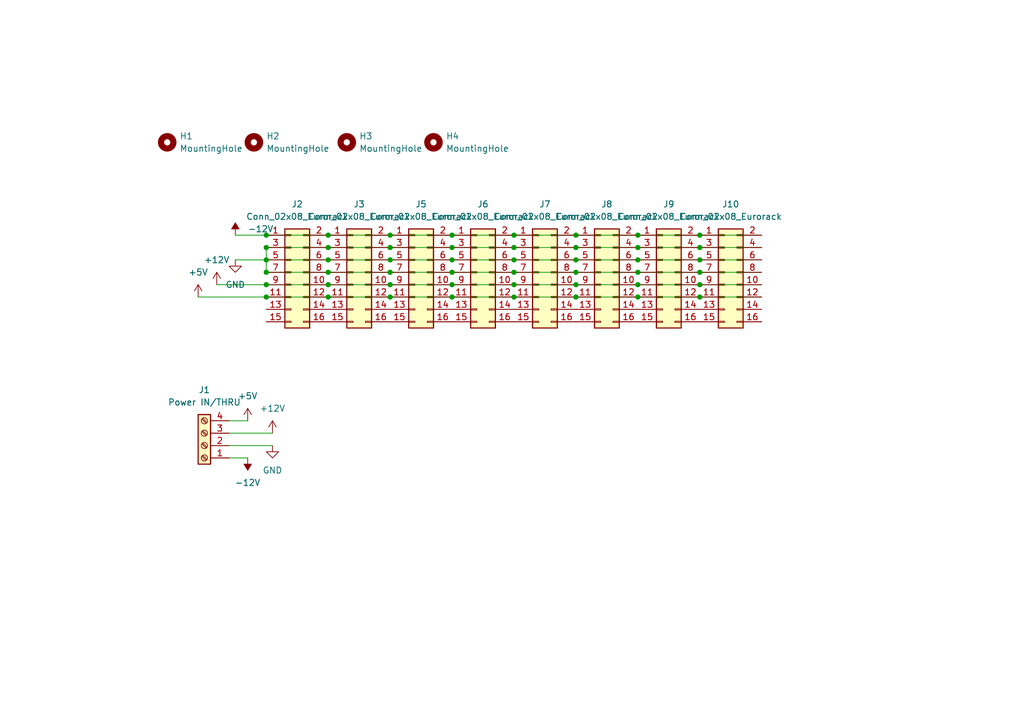
<source format=kicad_sch>
(kicad_sch (version 20211123) (generator eeschema)

  (uuid b7db7524-170e-431c-ba1e-1a5e0cbef8aa)

  (paper "A5")

  (title_block
    (title "Eurorack Bus Board Horizontal")
    (date "2022-11-07")
    (rev "1")
    (company "QuadratClown")
  )

  (lib_symbols
    (symbol "Connector:Screw_Terminal_01x04" (pin_names (offset 1.016) hide) (in_bom yes) (on_board yes)
      (property "Reference" "J" (id 0) (at 0 5.08 0)
        (effects (font (size 1.27 1.27)))
      )
      (property "Value" "Screw_Terminal_01x04" (id 1) (at 0 -7.62 0)
        (effects (font (size 1.27 1.27)))
      )
      (property "Footprint" "" (id 2) (at 0 0 0)
        (effects (font (size 1.27 1.27)) hide)
      )
      (property "Datasheet" "~" (id 3) (at 0 0 0)
        (effects (font (size 1.27 1.27)) hide)
      )
      (property "ki_keywords" "screw terminal" (id 4) (at 0 0 0)
        (effects (font (size 1.27 1.27)) hide)
      )
      (property "ki_description" "Generic screw terminal, single row, 01x04, script generated (kicad-library-utils/schlib/autogen/connector/)" (id 5) (at 0 0 0)
        (effects (font (size 1.27 1.27)) hide)
      )
      (property "ki_fp_filters" "TerminalBlock*:*" (id 6) (at 0 0 0)
        (effects (font (size 1.27 1.27)) hide)
      )
      (symbol "Screw_Terminal_01x04_1_1"
        (rectangle (start -1.27 3.81) (end 1.27 -6.35)
          (stroke (width 0.254) (type default) (color 0 0 0 0))
          (fill (type background))
        )
        (circle (center 0 -5.08) (radius 0.635)
          (stroke (width 0.1524) (type default) (color 0 0 0 0))
          (fill (type none))
        )
        (circle (center 0 -2.54) (radius 0.635)
          (stroke (width 0.1524) (type default) (color 0 0 0 0))
          (fill (type none))
        )
        (polyline
          (pts
            (xy -0.5334 -4.7498)
            (xy 0.3302 -5.588)
          )
          (stroke (width 0.1524) (type default) (color 0 0 0 0))
          (fill (type none))
        )
        (polyline
          (pts
            (xy -0.5334 -2.2098)
            (xy 0.3302 -3.048)
          )
          (stroke (width 0.1524) (type default) (color 0 0 0 0))
          (fill (type none))
        )
        (polyline
          (pts
            (xy -0.5334 0.3302)
            (xy 0.3302 -0.508)
          )
          (stroke (width 0.1524) (type default) (color 0 0 0 0))
          (fill (type none))
        )
        (polyline
          (pts
            (xy -0.5334 2.8702)
            (xy 0.3302 2.032)
          )
          (stroke (width 0.1524) (type default) (color 0 0 0 0))
          (fill (type none))
        )
        (polyline
          (pts
            (xy -0.3556 -4.572)
            (xy 0.508 -5.4102)
          )
          (stroke (width 0.1524) (type default) (color 0 0 0 0))
          (fill (type none))
        )
        (polyline
          (pts
            (xy -0.3556 -2.032)
            (xy 0.508 -2.8702)
          )
          (stroke (width 0.1524) (type default) (color 0 0 0 0))
          (fill (type none))
        )
        (polyline
          (pts
            (xy -0.3556 0.508)
            (xy 0.508 -0.3302)
          )
          (stroke (width 0.1524) (type default) (color 0 0 0 0))
          (fill (type none))
        )
        (polyline
          (pts
            (xy -0.3556 3.048)
            (xy 0.508 2.2098)
          )
          (stroke (width 0.1524) (type default) (color 0 0 0 0))
          (fill (type none))
        )
        (circle (center 0 0) (radius 0.635)
          (stroke (width 0.1524) (type default) (color 0 0 0 0))
          (fill (type none))
        )
        (circle (center 0 2.54) (radius 0.635)
          (stroke (width 0.1524) (type default) (color 0 0 0 0))
          (fill (type none))
        )
        (pin passive line (at -5.08 2.54 0) (length 3.81)
          (name "Pin_1" (effects (font (size 1.27 1.27))))
          (number "1" (effects (font (size 1.27 1.27))))
        )
        (pin passive line (at -5.08 0 0) (length 3.81)
          (name "Pin_2" (effects (font (size 1.27 1.27))))
          (number "2" (effects (font (size 1.27 1.27))))
        )
        (pin passive line (at -5.08 -2.54 0) (length 3.81)
          (name "Pin_3" (effects (font (size 1.27 1.27))))
          (number "3" (effects (font (size 1.27 1.27))))
        )
        (pin passive line (at -5.08 -5.08 0) (length 3.81)
          (name "Pin_4" (effects (font (size 1.27 1.27))))
          (number "4" (effects (font (size 1.27 1.27))))
        )
      )
    )
    (symbol "Connector_Generic:Conn_02x08_Odd_Even" (pin_names (offset 1.016) hide) (in_bom yes) (on_board yes)
      (property "Reference" "J" (id 0) (at 1.27 10.16 0)
        (effects (font (size 1.27 1.27)))
      )
      (property "Value" "Conn_02x08_Odd_Even" (id 1) (at 1.27 -12.7 0)
        (effects (font (size 1.27 1.27)))
      )
      (property "Footprint" "" (id 2) (at 0 0 0)
        (effects (font (size 1.27 1.27)) hide)
      )
      (property "Datasheet" "~" (id 3) (at 0 0 0)
        (effects (font (size 1.27 1.27)) hide)
      )
      (property "ki_keywords" "connector" (id 4) (at 0 0 0)
        (effects (font (size 1.27 1.27)) hide)
      )
      (property "ki_description" "Generic connector, double row, 02x08, odd/even pin numbering scheme (row 1 odd numbers, row 2 even numbers), script generated (kicad-library-utils/schlib/autogen/connector/)" (id 5) (at 0 0 0)
        (effects (font (size 1.27 1.27)) hide)
      )
      (property "ki_fp_filters" "Connector*:*_2x??_*" (id 6) (at 0 0 0)
        (effects (font (size 1.27 1.27)) hide)
      )
      (symbol "Conn_02x08_Odd_Even_1_1"
        (rectangle (start -1.27 -10.033) (end 0 -10.287)
          (stroke (width 0.1524) (type default) (color 0 0 0 0))
          (fill (type none))
        )
        (rectangle (start -1.27 -7.493) (end 0 -7.747)
          (stroke (width 0.1524) (type default) (color 0 0 0 0))
          (fill (type none))
        )
        (rectangle (start -1.27 -4.953) (end 0 -5.207)
          (stroke (width 0.1524) (type default) (color 0 0 0 0))
          (fill (type none))
        )
        (rectangle (start -1.27 -2.413) (end 0 -2.667)
          (stroke (width 0.1524) (type default) (color 0 0 0 0))
          (fill (type none))
        )
        (rectangle (start -1.27 0.127) (end 0 -0.127)
          (stroke (width 0.1524) (type default) (color 0 0 0 0))
          (fill (type none))
        )
        (rectangle (start -1.27 2.667) (end 0 2.413)
          (stroke (width 0.1524) (type default) (color 0 0 0 0))
          (fill (type none))
        )
        (rectangle (start -1.27 5.207) (end 0 4.953)
          (stroke (width 0.1524) (type default) (color 0 0 0 0))
          (fill (type none))
        )
        (rectangle (start -1.27 7.747) (end 0 7.493)
          (stroke (width 0.1524) (type default) (color 0 0 0 0))
          (fill (type none))
        )
        (rectangle (start -1.27 8.89) (end 3.81 -11.43)
          (stroke (width 0.254) (type default) (color 0 0 0 0))
          (fill (type background))
        )
        (rectangle (start 3.81 -10.033) (end 2.54 -10.287)
          (stroke (width 0.1524) (type default) (color 0 0 0 0))
          (fill (type none))
        )
        (rectangle (start 3.81 -7.493) (end 2.54 -7.747)
          (stroke (width 0.1524) (type default) (color 0 0 0 0))
          (fill (type none))
        )
        (rectangle (start 3.81 -4.953) (end 2.54 -5.207)
          (stroke (width 0.1524) (type default) (color 0 0 0 0))
          (fill (type none))
        )
        (rectangle (start 3.81 -2.413) (end 2.54 -2.667)
          (stroke (width 0.1524) (type default) (color 0 0 0 0))
          (fill (type none))
        )
        (rectangle (start 3.81 0.127) (end 2.54 -0.127)
          (stroke (width 0.1524) (type default) (color 0 0 0 0))
          (fill (type none))
        )
        (rectangle (start 3.81 2.667) (end 2.54 2.413)
          (stroke (width 0.1524) (type default) (color 0 0 0 0))
          (fill (type none))
        )
        (rectangle (start 3.81 5.207) (end 2.54 4.953)
          (stroke (width 0.1524) (type default) (color 0 0 0 0))
          (fill (type none))
        )
        (rectangle (start 3.81 7.747) (end 2.54 7.493)
          (stroke (width 0.1524) (type default) (color 0 0 0 0))
          (fill (type none))
        )
        (pin passive line (at -5.08 7.62 0) (length 3.81)
          (name "Pin_1" (effects (font (size 1.27 1.27))))
          (number "1" (effects (font (size 1.27 1.27))))
        )
        (pin passive line (at 7.62 -2.54 180) (length 3.81)
          (name "Pin_10" (effects (font (size 1.27 1.27))))
          (number "10" (effects (font (size 1.27 1.27))))
        )
        (pin passive line (at -5.08 -5.08 0) (length 3.81)
          (name "Pin_11" (effects (font (size 1.27 1.27))))
          (number "11" (effects (font (size 1.27 1.27))))
        )
        (pin passive line (at 7.62 -5.08 180) (length 3.81)
          (name "Pin_12" (effects (font (size 1.27 1.27))))
          (number "12" (effects (font (size 1.27 1.27))))
        )
        (pin passive line (at -5.08 -7.62 0) (length 3.81)
          (name "Pin_13" (effects (font (size 1.27 1.27))))
          (number "13" (effects (font (size 1.27 1.27))))
        )
        (pin passive line (at 7.62 -7.62 180) (length 3.81)
          (name "Pin_14" (effects (font (size 1.27 1.27))))
          (number "14" (effects (font (size 1.27 1.27))))
        )
        (pin passive line (at -5.08 -10.16 0) (length 3.81)
          (name "Pin_15" (effects (font (size 1.27 1.27))))
          (number "15" (effects (font (size 1.27 1.27))))
        )
        (pin passive line (at 7.62 -10.16 180) (length 3.81)
          (name "Pin_16" (effects (font (size 1.27 1.27))))
          (number "16" (effects (font (size 1.27 1.27))))
        )
        (pin passive line (at 7.62 7.62 180) (length 3.81)
          (name "Pin_2" (effects (font (size 1.27 1.27))))
          (number "2" (effects (font (size 1.27 1.27))))
        )
        (pin passive line (at -5.08 5.08 0) (length 3.81)
          (name "Pin_3" (effects (font (size 1.27 1.27))))
          (number "3" (effects (font (size 1.27 1.27))))
        )
        (pin passive line (at 7.62 5.08 180) (length 3.81)
          (name "Pin_4" (effects (font (size 1.27 1.27))))
          (number "4" (effects (font (size 1.27 1.27))))
        )
        (pin passive line (at -5.08 2.54 0) (length 3.81)
          (name "Pin_5" (effects (font (size 1.27 1.27))))
          (number "5" (effects (font (size 1.27 1.27))))
        )
        (pin passive line (at 7.62 2.54 180) (length 3.81)
          (name "Pin_6" (effects (font (size 1.27 1.27))))
          (number "6" (effects (font (size 1.27 1.27))))
        )
        (pin passive line (at -5.08 0 0) (length 3.81)
          (name "Pin_7" (effects (font (size 1.27 1.27))))
          (number "7" (effects (font (size 1.27 1.27))))
        )
        (pin passive line (at 7.62 0 180) (length 3.81)
          (name "Pin_8" (effects (font (size 1.27 1.27))))
          (number "8" (effects (font (size 1.27 1.27))))
        )
        (pin passive line (at -5.08 -2.54 0) (length 3.81)
          (name "Pin_9" (effects (font (size 1.27 1.27))))
          (number "9" (effects (font (size 1.27 1.27))))
        )
      )
    )
    (symbol "Mechanical:MountingHole" (pin_names (offset 1.016)) (in_bom yes) (on_board yes)
      (property "Reference" "H" (id 0) (at 0 5.08 0)
        (effects (font (size 1.27 1.27)))
      )
      (property "Value" "MountingHole" (id 1) (at 0 3.175 0)
        (effects (font (size 1.27 1.27)))
      )
      (property "Footprint" "" (id 2) (at 0 0 0)
        (effects (font (size 1.27 1.27)) hide)
      )
      (property "Datasheet" "~" (id 3) (at 0 0 0)
        (effects (font (size 1.27 1.27)) hide)
      )
      (property "ki_keywords" "mounting hole" (id 4) (at 0 0 0)
        (effects (font (size 1.27 1.27)) hide)
      )
      (property "ki_description" "Mounting Hole without connection" (id 5) (at 0 0 0)
        (effects (font (size 1.27 1.27)) hide)
      )
      (property "ki_fp_filters" "MountingHole*" (id 6) (at 0 0 0)
        (effects (font (size 1.27 1.27)) hide)
      )
      (symbol "MountingHole_0_1"
        (circle (center 0 0) (radius 1.27)
          (stroke (width 1.27) (type default) (color 0 0 0 0))
          (fill (type none))
        )
      )
    )
    (symbol "power:+12V" (power) (pin_names (offset 0)) (in_bom yes) (on_board yes)
      (property "Reference" "#PWR" (id 0) (at 0 -3.81 0)
        (effects (font (size 1.27 1.27)) hide)
      )
      (property "Value" "+12V" (id 1) (at 0 3.556 0)
        (effects (font (size 1.27 1.27)))
      )
      (property "Footprint" "" (id 2) (at 0 0 0)
        (effects (font (size 1.27 1.27)) hide)
      )
      (property "Datasheet" "" (id 3) (at 0 0 0)
        (effects (font (size 1.27 1.27)) hide)
      )
      (property "ki_keywords" "power-flag" (id 4) (at 0 0 0)
        (effects (font (size 1.27 1.27)) hide)
      )
      (property "ki_description" "Power symbol creates a global label with name \"+12V\"" (id 5) (at 0 0 0)
        (effects (font (size 1.27 1.27)) hide)
      )
      (symbol "+12V_0_1"
        (polyline
          (pts
            (xy -0.762 1.27)
            (xy 0 2.54)
          )
          (stroke (width 0) (type default) (color 0 0 0 0))
          (fill (type none))
        )
        (polyline
          (pts
            (xy 0 0)
            (xy 0 2.54)
          )
          (stroke (width 0) (type default) (color 0 0 0 0))
          (fill (type none))
        )
        (polyline
          (pts
            (xy 0 2.54)
            (xy 0.762 1.27)
          )
          (stroke (width 0) (type default) (color 0 0 0 0))
          (fill (type none))
        )
      )
      (symbol "+12V_1_1"
        (pin power_in line (at 0 0 90) (length 0) hide
          (name "+12V" (effects (font (size 1.27 1.27))))
          (number "1" (effects (font (size 1.27 1.27))))
        )
      )
    )
    (symbol "power:+5V" (power) (pin_names (offset 0)) (in_bom yes) (on_board yes)
      (property "Reference" "#PWR" (id 0) (at 0 -3.81 0)
        (effects (font (size 1.27 1.27)) hide)
      )
      (property "Value" "+5V" (id 1) (at 0 3.556 0)
        (effects (font (size 1.27 1.27)))
      )
      (property "Footprint" "" (id 2) (at 0 0 0)
        (effects (font (size 1.27 1.27)) hide)
      )
      (property "Datasheet" "" (id 3) (at 0 0 0)
        (effects (font (size 1.27 1.27)) hide)
      )
      (property "ki_keywords" "power-flag" (id 4) (at 0 0 0)
        (effects (font (size 1.27 1.27)) hide)
      )
      (property "ki_description" "Power symbol creates a global label with name \"+5V\"" (id 5) (at 0 0 0)
        (effects (font (size 1.27 1.27)) hide)
      )
      (symbol "+5V_0_1"
        (polyline
          (pts
            (xy -0.762 1.27)
            (xy 0 2.54)
          )
          (stroke (width 0) (type default) (color 0 0 0 0))
          (fill (type none))
        )
        (polyline
          (pts
            (xy 0 0)
            (xy 0 2.54)
          )
          (stroke (width 0) (type default) (color 0 0 0 0))
          (fill (type none))
        )
        (polyline
          (pts
            (xy 0 2.54)
            (xy 0.762 1.27)
          )
          (stroke (width 0) (type default) (color 0 0 0 0))
          (fill (type none))
        )
      )
      (symbol "+5V_1_1"
        (pin power_in line (at 0 0 90) (length 0) hide
          (name "+5V" (effects (font (size 1.27 1.27))))
          (number "1" (effects (font (size 1.27 1.27))))
        )
      )
    )
    (symbol "power:-12V" (power) (pin_names (offset 0)) (in_bom yes) (on_board yes)
      (property "Reference" "#PWR" (id 0) (at 0 2.54 0)
        (effects (font (size 1.27 1.27)) hide)
      )
      (property "Value" "-12V" (id 1) (at 0 3.81 0)
        (effects (font (size 1.27 1.27)))
      )
      (property "Footprint" "" (id 2) (at 0 0 0)
        (effects (font (size 1.27 1.27)) hide)
      )
      (property "Datasheet" "" (id 3) (at 0 0 0)
        (effects (font (size 1.27 1.27)) hide)
      )
      (property "ki_keywords" "power-flag" (id 4) (at 0 0 0)
        (effects (font (size 1.27 1.27)) hide)
      )
      (property "ki_description" "Power symbol creates a global label with name \"-12V\"" (id 5) (at 0 0 0)
        (effects (font (size 1.27 1.27)) hide)
      )
      (symbol "-12V_0_0"
        (pin power_in line (at 0 0 90) (length 0) hide
          (name "-12V" (effects (font (size 1.27 1.27))))
          (number "1" (effects (font (size 1.27 1.27))))
        )
      )
      (symbol "-12V_0_1"
        (polyline
          (pts
            (xy 0 0)
            (xy 0 1.27)
            (xy 0.762 1.27)
            (xy 0 2.54)
            (xy -0.762 1.27)
            (xy 0 1.27)
          )
          (stroke (width 0) (type default) (color 0 0 0 0))
          (fill (type outline))
        )
      )
    )
    (symbol "power:GND" (power) (pin_names (offset 0)) (in_bom yes) (on_board yes)
      (property "Reference" "#PWR" (id 0) (at 0 -6.35 0)
        (effects (font (size 1.27 1.27)) hide)
      )
      (property "Value" "GND" (id 1) (at 0 -3.81 0)
        (effects (font (size 1.27 1.27)))
      )
      (property "Footprint" "" (id 2) (at 0 0 0)
        (effects (font (size 1.27 1.27)) hide)
      )
      (property "Datasheet" "" (id 3) (at 0 0 0)
        (effects (font (size 1.27 1.27)) hide)
      )
      (property "ki_keywords" "power-flag" (id 4) (at 0 0 0)
        (effects (font (size 1.27 1.27)) hide)
      )
      (property "ki_description" "Power symbol creates a global label with name \"GND\" , ground" (id 5) (at 0 0 0)
        (effects (font (size 1.27 1.27)) hide)
      )
      (symbol "GND_0_1"
        (polyline
          (pts
            (xy 0 0)
            (xy 0 -1.27)
            (xy 1.27 -1.27)
            (xy 0 -2.54)
            (xy -1.27 -1.27)
            (xy 0 -1.27)
          )
          (stroke (width 0) (type default) (color 0 0 0 0))
          (fill (type none))
        )
      )
      (symbol "GND_1_1"
        (pin power_in line (at 0 0 270) (length 0) hide
          (name "GND" (effects (font (size 1.27 1.27))))
          (number "1" (effects (font (size 1.27 1.27))))
        )
      )
    )
  )


  (junction (at 130.81 58.42) (diameter 0) (color 0 0 0 0)
    (uuid 03e253dc-611f-4c97-99a2-e20a2dc5da02)
  )
  (junction (at 130.81 60.96) (diameter 0) (color 0 0 0 0)
    (uuid 05604375-9694-457f-b820-82fc7613f486)
  )
  (junction (at 130.81 53.34) (diameter 0) (color 0 0 0 0)
    (uuid 093e41cd-5361-4b9c-b402-6793ee7132ac)
  )
  (junction (at 67.31 55.88) (diameter 0) (color 0 0 0 0)
    (uuid 1cb89967-3e60-4bd7-a484-b00927486ed7)
  )
  (junction (at 118.11 55.88) (diameter 0) (color 0 0 0 0)
    (uuid 2a73f199-6538-4d93-ae9d-75f354db0106)
  )
  (junction (at 67.31 48.26) (diameter 0) (color 0 0 0 0)
    (uuid 2abef2de-3e62-44fd-a49c-555520170a75)
  )
  (junction (at 67.31 53.34) (diameter 0) (color 0 0 0 0)
    (uuid 2b7d8b5a-86cc-4995-b137-e0e08f3474a8)
  )
  (junction (at 54.61 50.8) (diameter 0) (color 0 0 0 0)
    (uuid 3110b985-0409-4956-979b-5e35ac0471ea)
  )
  (junction (at 80.01 55.88) (diameter 0) (color 0 0 0 0)
    (uuid 40709973-0b88-4ed8-85a5-eb76fa33568a)
  )
  (junction (at 54.61 53.34) (diameter 0) (color 0 0 0 0)
    (uuid 4a71ca1d-8c98-4925-8587-b3d5cf0c6c96)
  )
  (junction (at 105.41 60.96) (diameter 0) (color 0 0 0 0)
    (uuid 4d66b9a8-a685-42e6-a51c-998a53549cc9)
  )
  (junction (at 118.11 48.26) (diameter 0) (color 0 0 0 0)
    (uuid 569764c2-b3b1-4b24-b27b-c39c02777793)
  )
  (junction (at 105.41 50.8) (diameter 0) (color 0 0 0 0)
    (uuid 5c13b694-2597-4291-9462-4bb461ce66d9)
  )
  (junction (at 105.41 58.42) (diameter 0) (color 0 0 0 0)
    (uuid 60d3de87-fc25-4b71-89c9-f37b35f50414)
  )
  (junction (at 118.11 58.42) (diameter 0) (color 0 0 0 0)
    (uuid 6a70f581-62d5-45c4-a2c9-71c71a378dfe)
  )
  (junction (at 130.81 48.26) (diameter 0) (color 0 0 0 0)
    (uuid 6c3cc42b-77e2-4970-8eb3-3ed0a3b348bd)
  )
  (junction (at 80.01 53.34) (diameter 0) (color 0 0 0 0)
    (uuid 6d66efe1-4616-4cb2-b692-e35160cc5075)
  )
  (junction (at 118.11 60.96) (diameter 0) (color 0 0 0 0)
    (uuid 6ea1a1a9-8047-4222-a325-761032c199c1)
  )
  (junction (at 92.71 53.34) (diameter 0) (color 0 0 0 0)
    (uuid 7c0e1155-d7b4-4aba-9d4a-a409643f3e53)
  )
  (junction (at 54.61 48.26) (diameter 0) (color 0 0 0 0)
    (uuid 7cdb5314-b1e7-49f0-aeb7-44358500346a)
  )
  (junction (at 92.71 50.8) (diameter 0) (color 0 0 0 0)
    (uuid 80d6b4e8-6104-4b6e-ac85-c611540cea8d)
  )
  (junction (at 143.51 55.88) (diameter 0) (color 0 0 0 0)
    (uuid 847e84b8-3cfb-4a6e-82f1-491977d5817c)
  )
  (junction (at 80.01 58.42) (diameter 0) (color 0 0 0 0)
    (uuid 8fc9e12f-1010-45e8-b150-ce6bcf56c7ba)
  )
  (junction (at 54.61 60.96) (diameter 0) (color 0 0 0 0)
    (uuid 90c4dd81-7c2c-417c-ab34-27f757db65ed)
  )
  (junction (at 67.31 50.8) (diameter 0) (color 0 0 0 0)
    (uuid 96bbaaf4-805f-4047-9159-c62aa799012d)
  )
  (junction (at 80.01 48.26) (diameter 0) (color 0 0 0 0)
    (uuid 9a5fdc6b-d76d-437e-8885-4f1d3d4ad9a4)
  )
  (junction (at 80.01 60.96) (diameter 0) (color 0 0 0 0)
    (uuid a1148216-877c-4969-aa9a-aa104c04af95)
  )
  (junction (at 105.41 55.88) (diameter 0) (color 0 0 0 0)
    (uuid a387169f-1048-4d4a-8099-063f1413fb5c)
  )
  (junction (at 92.71 58.42) (diameter 0) (color 0 0 0 0)
    (uuid ac971a08-b1fd-46a7-9229-da04bb9eaf2d)
  )
  (junction (at 118.11 53.34) (diameter 0) (color 0 0 0 0)
    (uuid adbba96f-4b20-4d15-a248-796a16e8f8b2)
  )
  (junction (at 54.61 58.42) (diameter 0) (color 0 0 0 0)
    (uuid ae5dbcfa-fc70-4a77-8b39-dc245734e284)
  )
  (junction (at 92.71 48.26) (diameter 0) (color 0 0 0 0)
    (uuid b1a2e5f0-c100-48e1-940f-2b5c8da1ed6e)
  )
  (junction (at 143.51 50.8) (diameter 0) (color 0 0 0 0)
    (uuid bdeea851-dcda-4db3-83c4-d976a25ac1b6)
  )
  (junction (at 105.41 53.34) (diameter 0) (color 0 0 0 0)
    (uuid c5840bb4-fb85-414e-891b-851df2aa15e6)
  )
  (junction (at 67.31 60.96) (diameter 0) (color 0 0 0 0)
    (uuid c59d97ae-dbcb-4d92-95b4-d0f2a7d4af50)
  )
  (junction (at 143.51 58.42) (diameter 0) (color 0 0 0 0)
    (uuid c70fe36e-e5dd-42e7-9845-a1ccc5bf870c)
  )
  (junction (at 143.51 48.26) (diameter 0) (color 0 0 0 0)
    (uuid caf9a116-43b4-496c-96ce-452718f31b99)
  )
  (junction (at 130.81 50.8) (diameter 0) (color 0 0 0 0)
    (uuid cbfc02cd-13a3-4969-b038-db9e06d5191c)
  )
  (junction (at 143.51 60.96) (diameter 0) (color 0 0 0 0)
    (uuid d91613ee-5ca3-482f-9169-73a036ba4696)
  )
  (junction (at 92.71 55.88) (diameter 0) (color 0 0 0 0)
    (uuid d93fbb48-965f-45fe-8213-5be07b3562f2)
  )
  (junction (at 54.61 55.88) (diameter 0) (color 0 0 0 0)
    (uuid e926463b-2d6a-4875-bef2-d2cb8e4757d6)
  )
  (junction (at 118.11 50.8) (diameter 0) (color 0 0 0 0)
    (uuid eccaf294-f490-4512-8cd4-6d75896b810c)
  )
  (junction (at 80.01 50.8) (diameter 0) (color 0 0 0 0)
    (uuid ef5bfc82-629f-4ae3-8b43-8cd213135eb9)
  )
  (junction (at 130.81 55.88) (diameter 0) (color 0 0 0 0)
    (uuid f02ea9f8-5afe-4c68-8cce-9c3c85ace6e0)
  )
  (junction (at 105.41 48.26) (diameter 0) (color 0 0 0 0)
    (uuid f97a9a87-ce9e-47df-9ac7-3d29a0d493ec)
  )
  (junction (at 143.51 53.34) (diameter 0) (color 0 0 0 0)
    (uuid fbc59c8d-e962-40a0-9b53-d1179f079ca4)
  )
  (junction (at 92.71 60.96) (diameter 0) (color 0 0 0 0)
    (uuid fbdc3751-a600-4e81-b042-e7896ad8b2e0)
  )
  (junction (at 67.31 58.42) (diameter 0) (color 0 0 0 0)
    (uuid ffe42f19-f729-447b-9923-ed0783d76216)
  )

  (wire (pts (xy 92.71 48.26) (xy 105.41 48.26))
    (stroke (width 0) (type default) (color 0 0 0 0))
    (uuid 02bc029d-6cdc-4c0a-8e3b-ebca46ce304d)
  )
  (wire (pts (xy 92.71 53.34) (xy 105.41 53.34))
    (stroke (width 0) (type default) (color 0 0 0 0))
    (uuid 06447017-90e0-4c8e-a5e5-c1ed5c61029d)
  )
  (wire (pts (xy 67.31 48.26) (xy 80.01 48.26))
    (stroke (width 0) (type default) (color 0 0 0 0))
    (uuid 09b2634a-ae67-4a61-bae7-9e79188d3865)
  )
  (wire (pts (xy 130.81 53.34) (xy 143.51 53.34))
    (stroke (width 0) (type default) (color 0 0 0 0))
    (uuid 0a3aa8da-e0f1-4131-adb3-a9a0d5aba63b)
  )
  (wire (pts (xy 80.01 53.34) (xy 92.71 53.34))
    (stroke (width 0) (type default) (color 0 0 0 0))
    (uuid 0a93ce2d-b10a-4c7e-910c-cfb711b278f1)
  )
  (wire (pts (xy 46.99 88.9) (xy 55.88 88.9))
    (stroke (width 0) (type default) (color 0 0 0 0))
    (uuid 0b11c468-369b-42d3-a92e-52a78f170fac)
  )
  (wire (pts (xy 130.81 50.8) (xy 143.51 50.8))
    (stroke (width 0) (type default) (color 0 0 0 0))
    (uuid 0e8f95a7-08cc-4a0a-8df5-079551e27414)
  )
  (wire (pts (xy 143.51 60.96) (xy 156.21 60.96))
    (stroke (width 0) (type default) (color 0 0 0 0))
    (uuid 11a245e8-75d5-473a-b69f-95acc23c6c4b)
  )
  (wire (pts (xy 143.51 48.26) (xy 156.21 48.26))
    (stroke (width 0) (type default) (color 0 0 0 0))
    (uuid 149dfa9f-1e2c-4971-995c-1c26126c7681)
  )
  (wire (pts (xy 48.26 53.34) (xy 54.61 53.34))
    (stroke (width 0) (type default) (color 0 0 0 0))
    (uuid 17e8c07e-a4cf-4384-9b6e-78e475c69b7a)
  )
  (wire (pts (xy 105.41 53.34) (xy 118.11 53.34))
    (stroke (width 0) (type default) (color 0 0 0 0))
    (uuid 1bf66bf8-e093-4eac-9ad1-f62dc5a459b4)
  )
  (wire (pts (xy 118.11 53.34) (xy 130.81 53.34))
    (stroke (width 0) (type default) (color 0 0 0 0))
    (uuid 1d7b64a8-39bb-4612-9ae7-3044c8c267a6)
  )
  (wire (pts (xy 92.71 58.42) (xy 105.41 58.42))
    (stroke (width 0) (type default) (color 0 0 0 0))
    (uuid 25d6986e-7cb7-4ff1-a542-66a94c1208fe)
  )
  (wire (pts (xy 54.61 60.96) (xy 67.31 60.96))
    (stroke (width 0) (type default) (color 0 0 0 0))
    (uuid 27e0da8c-c10a-4d2b-b508-5d2c22688b46)
  )
  (wire (pts (xy 67.31 53.34) (xy 80.01 53.34))
    (stroke (width 0) (type default) (color 0 0 0 0))
    (uuid 2d405162-f345-439f-add0-d1284a6cd3bd)
  )
  (wire (pts (xy 92.71 55.88) (xy 105.41 55.88))
    (stroke (width 0) (type default) (color 0 0 0 0))
    (uuid 38c143fb-8b68-4dda-9429-07d62dd84df6)
  )
  (wire (pts (xy 130.81 48.26) (xy 143.51 48.26))
    (stroke (width 0) (type default) (color 0 0 0 0))
    (uuid 39a769a7-2b88-4015-8369-a2f509e436b2)
  )
  (wire (pts (xy 130.81 55.88) (xy 143.51 55.88))
    (stroke (width 0) (type default) (color 0 0 0 0))
    (uuid 404a23c5-92c1-4513-a68c-981501fbe69f)
  )
  (wire (pts (xy 67.31 58.42) (xy 80.01 58.42))
    (stroke (width 0) (type default) (color 0 0 0 0))
    (uuid 443220f4-39e8-49d4-b02a-adec2c3823b0)
  )
  (wire (pts (xy 105.41 60.96) (xy 118.11 60.96))
    (stroke (width 0) (type default) (color 0 0 0 0))
    (uuid 4a9a99b4-ff53-4a2d-96e5-4137fcada3a7)
  )
  (wire (pts (xy 118.11 48.26) (xy 130.81 48.26))
    (stroke (width 0) (type default) (color 0 0 0 0))
    (uuid 4c748795-1070-4638-b1eb-3bad37d78f93)
  )
  (wire (pts (xy 105.41 48.26) (xy 118.11 48.26))
    (stroke (width 0) (type default) (color 0 0 0 0))
    (uuid 4f207eaf-00b2-4178-b524-f6de8facece1)
  )
  (wire (pts (xy 80.01 55.88) (xy 92.71 55.88))
    (stroke (width 0) (type default) (color 0 0 0 0))
    (uuid 50da443c-c583-40d4-afcb-1d37f3dc1314)
  )
  (wire (pts (xy 67.31 60.96) (xy 80.01 60.96))
    (stroke (width 0) (type default) (color 0 0 0 0))
    (uuid 5c71a169-60e0-4467-ab0b-b7f9d9afca22)
  )
  (wire (pts (xy 54.61 50.8) (xy 54.61 53.34))
    (stroke (width 0) (type default) (color 0 0 0 0))
    (uuid 5ffbac3c-1f71-47d9-9628-b7838eb6a613)
  )
  (wire (pts (xy 46.99 93.98) (xy 50.8 93.98))
    (stroke (width 0) (type default) (color 0 0 0 0))
    (uuid 618271eb-d7e8-4c95-9a11-d0929698c2e2)
  )
  (wire (pts (xy 105.41 50.8) (xy 118.11 50.8))
    (stroke (width 0) (type default) (color 0 0 0 0))
    (uuid 6377447a-6e60-4904-a829-86dad05f44bd)
  )
  (wire (pts (xy 92.71 60.96) (xy 105.41 60.96))
    (stroke (width 0) (type default) (color 0 0 0 0))
    (uuid 641414e2-aea0-4796-b57b-b2eed6e2f732)
  )
  (wire (pts (xy 118.11 50.8) (xy 130.81 50.8))
    (stroke (width 0) (type default) (color 0 0 0 0))
    (uuid 6648e426-5644-4636-9ec1-db92a1b57824)
  )
  (wire (pts (xy 54.61 50.8) (xy 67.31 50.8))
    (stroke (width 0) (type default) (color 0 0 0 0))
    (uuid 767a457d-87d6-4f30-8ea0-efffe3d31025)
  )
  (wire (pts (xy 48.26 48.26) (xy 54.61 48.26))
    (stroke (width 0) (type default) (color 0 0 0 0))
    (uuid 76993a99-aa0e-4071-9de2-b9d6b46496a5)
  )
  (wire (pts (xy 46.99 86.36) (xy 50.8 86.36))
    (stroke (width 0) (type default) (color 0 0 0 0))
    (uuid 7a0fcca8-6a6f-42cf-ba8c-2954f9d3092c)
  )
  (wire (pts (xy 67.31 50.8) (xy 80.01 50.8))
    (stroke (width 0) (type default) (color 0 0 0 0))
    (uuid 80fe11f1-0edf-45d4-8cf9-229daa21fe82)
  )
  (wire (pts (xy 54.61 53.34) (xy 54.61 55.88))
    (stroke (width 0) (type default) (color 0 0 0 0))
    (uuid 839aeb54-67f8-43f1-a8cc-a10f550541c2)
  )
  (wire (pts (xy 54.61 55.88) (xy 67.31 55.88))
    (stroke (width 0) (type default) (color 0 0 0 0))
    (uuid 877cb225-4dfb-44b6-b828-8168d84089a2)
  )
  (wire (pts (xy 130.81 60.96) (xy 143.51 60.96))
    (stroke (width 0) (type default) (color 0 0 0 0))
    (uuid 8a6322a8-515b-45ed-b547-33aa68ef6cf1)
  )
  (wire (pts (xy 54.61 53.34) (xy 67.31 53.34))
    (stroke (width 0) (type default) (color 0 0 0 0))
    (uuid 8ba4c417-eaca-4d59-9ba6-06c0f8bcdc53)
  )
  (wire (pts (xy 80.01 48.26) (xy 92.71 48.26))
    (stroke (width 0) (type default) (color 0 0 0 0))
    (uuid 93cf326b-7668-44d7-a9fc-b7693f5490ba)
  )
  (wire (pts (xy 105.41 55.88) (xy 118.11 55.88))
    (stroke (width 0) (type default) (color 0 0 0 0))
    (uuid 952ded6d-be29-4ce4-b25f-ab735e34fd14)
  )
  (wire (pts (xy 143.51 58.42) (xy 156.21 58.42))
    (stroke (width 0) (type default) (color 0 0 0 0))
    (uuid 98344499-0cf3-41c0-a320-42036548b939)
  )
  (wire (pts (xy 80.01 58.42) (xy 92.71 58.42))
    (stroke (width 0) (type default) (color 0 0 0 0))
    (uuid 9a324b1e-a601-44a8-bf3c-065e0a93a7fb)
  )
  (wire (pts (xy 54.61 48.26) (xy 67.31 48.26))
    (stroke (width 0) (type default) (color 0 0 0 0))
    (uuid a3f0d34d-bd49-4433-8bef-2d18c060f368)
  )
  (wire (pts (xy 143.51 55.88) (xy 156.21 55.88))
    (stroke (width 0) (type default) (color 0 0 0 0))
    (uuid a6a8efeb-9207-447a-b6dd-859e1d59a1a8)
  )
  (wire (pts (xy 130.81 58.42) (xy 143.51 58.42))
    (stroke (width 0) (type default) (color 0 0 0 0))
    (uuid a6bd96bb-e58c-4e5b-aca1-c7dcca38a39c)
  )
  (wire (pts (xy 143.51 53.34) (xy 156.21 53.34))
    (stroke (width 0) (type default) (color 0 0 0 0))
    (uuid a9e977a9-cc78-4b48-9150-cc2784704f32)
  )
  (wire (pts (xy 46.99 91.44) (xy 55.88 91.44))
    (stroke (width 0) (type default) (color 0 0 0 0))
    (uuid b03974f1-d8ad-4a2e-88eb-2e4005855024)
  )
  (wire (pts (xy 67.31 55.88) (xy 80.01 55.88))
    (stroke (width 0) (type default) (color 0 0 0 0))
    (uuid b8678b6a-35a7-433a-905e-b7bfb6d14dde)
  )
  (wire (pts (xy 80.01 50.8) (xy 92.71 50.8))
    (stroke (width 0) (type default) (color 0 0 0 0))
    (uuid b8b41e0e-cea0-4ff1-82a6-d894d4e440b3)
  )
  (wire (pts (xy 105.41 58.42) (xy 118.11 58.42))
    (stroke (width 0) (type default) (color 0 0 0 0))
    (uuid bf1411c0-4006-4e6e-bc56-feb737432e1e)
  )
  (wire (pts (xy 118.11 60.96) (xy 130.81 60.96))
    (stroke (width 0) (type default) (color 0 0 0 0))
    (uuid c0181c73-2088-4797-930b-aa9051916a95)
  )
  (wire (pts (xy 80.01 60.96) (xy 92.71 60.96))
    (stroke (width 0) (type default) (color 0 0 0 0))
    (uuid c6915956-6d6b-49a8-a0e1-4cb3b9bd7127)
  )
  (wire (pts (xy 54.61 58.42) (xy 67.31 58.42))
    (stroke (width 0) (type default) (color 0 0 0 0))
    (uuid c7d49ce0-84e1-4e5e-a8a4-024296b88a9d)
  )
  (wire (pts (xy 118.11 55.88) (xy 130.81 55.88))
    (stroke (width 0) (type default) (color 0 0 0 0))
    (uuid d0913fee-f89c-4f18-9066-0db73222fea4)
  )
  (wire (pts (xy 143.51 50.8) (xy 156.21 50.8))
    (stroke (width 0) (type default) (color 0 0 0 0))
    (uuid d41a5bff-0c7b-4f05-8ebe-ab68f527ea43)
  )
  (wire (pts (xy 92.71 50.8) (xy 105.41 50.8))
    (stroke (width 0) (type default) (color 0 0 0 0))
    (uuid de65691d-9afb-4862-8fef-b190aa3058f5)
  )
  (wire (pts (xy 118.11 58.42) (xy 130.81 58.42))
    (stroke (width 0) (type default) (color 0 0 0 0))
    (uuid e72cee22-cd00-4684-a58f-2194c84cecd0)
  )
  (wire (pts (xy 44.45 58.42) (xy 54.61 58.42))
    (stroke (width 0) (type default) (color 0 0 0 0))
    (uuid e86556ce-1841-456a-a44d-7feca96963f5)
  )
  (wire (pts (xy 40.64 60.96) (xy 54.61 60.96))
    (stroke (width 0) (type default) (color 0 0 0 0))
    (uuid f06ef344-6aa2-4b83-ace1-6690bf44c183)
  )

  (symbol (lib_id "Connector:Screw_Terminal_01x04") (at 41.91 91.44 180) (unit 1)
    (in_bom yes) (on_board yes) (fields_autoplaced)
    (uuid 1ffccc2d-81ae-44fc-a5fe-df7901717681)
    (property "Reference" "J1" (id 0) (at 41.91 80.01 0))
    (property "Value" "Power IN/THRU" (id 1) (at 41.91 82.55 0))
    (property "Footprint" "TerminalBlock:TerminalBlock_bornier-4_P5.08mm" (id 2) (at 41.91 91.44 0)
      (effects (font (size 1.27 1.27)) hide)
    )
    (property "Datasheet" "~" (id 3) (at 41.91 91.44 0)
      (effects (font (size 1.27 1.27)) hide)
    )
    (pin "1" (uuid 3b0eb67a-b15d-47f2-a237-9b4383cb85f1))
    (pin "2" (uuid 24f84e11-d221-48e1-9e26-c847c56ff2a3))
    (pin "3" (uuid b56b7edc-4602-4634-b0da-f0dbf4a62dfb))
    (pin "4" (uuid 028e7bf4-1c7b-4cc5-9e72-cda23411bd15))
  )

  (symbol (lib_id "power:GND") (at 55.88 91.44 0) (unit 1)
    (in_bom yes) (on_board yes) (fields_autoplaced)
    (uuid 213ec498-ed6a-4b32-b946-00d8ed614134)
    (property "Reference" "#PWR08" (id 0) (at 55.88 97.79 0)
      (effects (font (size 1.27 1.27)) hide)
    )
    (property "Value" "GND" (id 1) (at 55.88 96.52 0))
    (property "Footprint" "" (id 2) (at 55.88 91.44 0)
      (effects (font (size 1.27 1.27)) hide)
    )
    (property "Datasheet" "" (id 3) (at 55.88 91.44 0)
      (effects (font (size 1.27 1.27)) hide)
    )
    (pin "1" (uuid 39d6cc46-afdd-4bab-b000-ccb27fef3207))
  )

  (symbol (lib_id "power:+5V") (at 50.8 86.36 0) (unit 1)
    (in_bom yes) (on_board yes)
    (uuid 38074a84-6c88-45a0-9f36-173ccd0489ea)
    (property "Reference" "#PWR05" (id 0) (at 50.8 90.17 0)
      (effects (font (size 1.27 1.27)) hide)
    )
    (property "Value" "+5V" (id 1) (at 50.8 81.28 0))
    (property "Footprint" "" (id 2) (at 50.8 86.36 0)
      (effects (font (size 1.27 1.27)) hide)
    )
    (property "Datasheet" "" (id 3) (at 50.8 86.36 0)
      (effects (font (size 1.27 1.27)) hide)
    )
    (pin "1" (uuid 7a069e54-384c-4dc1-8c4f-807678bc84fb))
  )

  (symbol (lib_id "Connector_Generic:Conn_02x08_Odd_Even") (at 123.19 55.88 0) (unit 1)
    (in_bom yes) (on_board yes) (fields_autoplaced)
    (uuid 5808d3cd-d992-4f25-bc81-b2bfd19889e3)
    (property "Reference" "J8" (id 0) (at 124.46 41.91 0))
    (property "Value" "Conn_02x08_Eurorack" (id 1) (at 124.46 44.45 0))
    (property "Footprint" "Connector_IDC:IDC-Header_2x08_P2.54mm_Horizontal" (id 2) (at 123.19 55.88 0)
      (effects (font (size 1.27 1.27)) hide)
    )
    (property "Datasheet" "~" (id 3) (at 123.19 55.88 0)
      (effects (font (size 1.27 1.27)) hide)
    )
    (pin "1" (uuid ec5e19f7-96b2-4f63-bda2-c53d62245be8))
    (pin "10" (uuid d5a07b93-17f7-4b49-8875-a496506df190))
    (pin "11" (uuid e7764540-af45-4f06-8c3a-f7e66b16dd9e))
    (pin "12" (uuid 882f828e-7fb5-46b4-85bb-cc142b238de3))
    (pin "13" (uuid ffe63753-00d1-4c2f-895d-93083ca86798))
    (pin "14" (uuid 3a8bb1dd-0fd4-4ec4-821c-b118252abc8d))
    (pin "15" (uuid 4d92d510-4e79-4a06-9cd2-2d95f0f4596a))
    (pin "16" (uuid 3db37eea-cf24-48a4-b0ec-add4b80469ff))
    (pin "2" (uuid fe31efcd-cf57-4bcc-b4ec-247bde8a16be))
    (pin "3" (uuid a6353131-f6bf-44b4-bc3d-c41b59ca5875))
    (pin "4" (uuid fd0756c9-b279-4968-87f3-53af279688d4))
    (pin "5" (uuid 83da4a77-46ff-4293-bf6d-266b411e0023))
    (pin "6" (uuid 46f95609-2c36-44b7-bf1a-6d8979bca20f))
    (pin "7" (uuid 7f65e593-13a6-48bf-87d7-ab3b063ee0a5))
    (pin "8" (uuid 761cdbe8-de1e-46a9-8ee5-23a05eca2a3a))
    (pin "9" (uuid 329d77d2-d4ef-4d77-9c17-b454344b5549))
  )

  (symbol (lib_id "Mechanical:MountingHole") (at 52.07 29.21 0) (unit 1)
    (in_bom yes) (on_board yes) (fields_autoplaced)
    (uuid 6d417384-f151-4291-9be7-57552f33a9a6)
    (property "Reference" "H2" (id 0) (at 54.61 27.9399 0)
      (effects (font (size 1.27 1.27)) (justify left))
    )
    (property "Value" "MountingHole" (id 1) (at 54.61 30.4799 0)
      (effects (font (size 1.27 1.27)) (justify left))
    )
    (property "Footprint" "MountingHole:MountingHole_2.5mm" (id 2) (at 52.07 29.21 0)
      (effects (font (size 1.27 1.27)) hide)
    )
    (property "Datasheet" "~" (id 3) (at 52.07 29.21 0)
      (effects (font (size 1.27 1.27)) hide)
    )
  )

  (symbol (lib_id "power:-12V") (at 48.26 48.26 0) (unit 1)
    (in_bom yes) (on_board yes) (fields_autoplaced)
    (uuid 70d00d32-cc86-4c0c-afc6-a105ad5d7e52)
    (property "Reference" "#PWR0101" (id 0) (at 48.26 45.72 0)
      (effects (font (size 1.27 1.27)) hide)
    )
    (property "Value" "-12V" (id 1) (at 50.8 46.9899 0)
      (effects (font (size 1.27 1.27)) (justify left))
    )
    (property "Footprint" "" (id 2) (at 48.26 48.26 0)
      (effects (font (size 1.27 1.27)) hide)
    )
    (property "Datasheet" "" (id 3) (at 48.26 48.26 0)
      (effects (font (size 1.27 1.27)) hide)
    )
    (pin "1" (uuid 2ec54f0f-88f5-4d34-a7d9-fb9613d14a58))
  )

  (symbol (lib_id "power:+5V") (at 40.64 60.96 0) (unit 1)
    (in_bom yes) (on_board yes)
    (uuid 8538af35-1c71-4d4c-af20-81a71c8f6a22)
    (property "Reference" "#PWR0104" (id 0) (at 40.64 64.77 0)
      (effects (font (size 1.27 1.27)) hide)
    )
    (property "Value" "+5V" (id 1) (at 40.64 55.88 0))
    (property "Footprint" "" (id 2) (at 40.64 60.96 0)
      (effects (font (size 1.27 1.27)) hide)
    )
    (property "Datasheet" "" (id 3) (at 40.64 60.96 0)
      (effects (font (size 1.27 1.27)) hide)
    )
    (pin "1" (uuid 9de7070f-e39e-4aba-bd86-395890502e3b))
  )

  (symbol (lib_id "Mechanical:MountingHole") (at 88.9 29.21 0) (unit 1)
    (in_bom yes) (on_board yes) (fields_autoplaced)
    (uuid 8889b343-7808-4292-952e-9224ed7d755b)
    (property "Reference" "H4" (id 0) (at 91.44 27.9399 0)
      (effects (font (size 1.27 1.27)) (justify left))
    )
    (property "Value" "MountingHole" (id 1) (at 91.44 30.4799 0)
      (effects (font (size 1.27 1.27)) (justify left))
    )
    (property "Footprint" "MountingHole:MountingHole_2.5mm" (id 2) (at 88.9 29.21 0)
      (effects (font (size 1.27 1.27)) hide)
    )
    (property "Datasheet" "~" (id 3) (at 88.9 29.21 0)
      (effects (font (size 1.27 1.27)) hide)
    )
  )

  (symbol (lib_id "power:+12V") (at 55.88 88.9 0) (unit 1)
    (in_bom yes) (on_board yes) (fields_autoplaced)
    (uuid 89db7846-8773-45cc-a1e6-a2910b3069d1)
    (property "Reference" "#PWR07" (id 0) (at 55.88 92.71 0)
      (effects (font (size 1.27 1.27)) hide)
    )
    (property "Value" "+12V" (id 1) (at 55.88 83.82 0))
    (property "Footprint" "" (id 2) (at 55.88 88.9 0)
      (effects (font (size 1.27 1.27)) hide)
    )
    (property "Datasheet" "" (id 3) (at 55.88 88.9 0)
      (effects (font (size 1.27 1.27)) hide)
    )
    (pin "1" (uuid 2263e961-8871-4ea0-bc9c-aa68594a94c7))
  )

  (symbol (lib_id "Connector_Generic:Conn_02x08_Odd_Even") (at 59.69 55.88 0) (unit 1)
    (in_bom yes) (on_board yes) (fields_autoplaced)
    (uuid 954e9186-ffbe-427f-9db0-80ce7fa75082)
    (property "Reference" "J2" (id 0) (at 60.96 41.91 0))
    (property "Value" "Conn_02x08_Eurorack" (id 1) (at 60.96 44.45 0))
    (property "Footprint" "Connector_IDC:IDC-Header_2x08_P2.54mm_Horizontal" (id 2) (at 59.69 55.88 0)
      (effects (font (size 1.27 1.27)) hide)
    )
    (property "Datasheet" "~" (id 3) (at 59.69 55.88 0)
      (effects (font (size 1.27 1.27)) hide)
    )
    (pin "1" (uuid 371412fa-96c8-4269-827a-ea0ad95244a5))
    (pin "10" (uuid 455f9001-a9ae-4c43-8b00-26c1c18c1ee7))
    (pin "11" (uuid 28e58c18-239d-4683-8099-6d365b5cd19e))
    (pin "12" (uuid 7dcdb3e0-bc4b-4c36-b863-8759cd940255))
    (pin "13" (uuid cf72fbfc-faf3-4c07-a482-2a0735a51c63))
    (pin "14" (uuid e1f7b781-cef2-4571-a014-8b7590152805))
    (pin "15" (uuid 7ae4c02f-6558-45e9-9967-2e8d15bc8108))
    (pin "16" (uuid 06ab36ae-6464-480f-b5ac-ebae294ee8a5))
    (pin "2" (uuid 50c20b30-2c32-463a-83e8-0dab1f21fe33))
    (pin "3" (uuid c605b4a5-93b6-4dac-81cd-1904c579e8aa))
    (pin "4" (uuid c3ac37f3-9c29-402d-b000-08ffd2957edc))
    (pin "5" (uuid dff00da1-1fb8-4cc0-8bbb-56fcf2c9db4e))
    (pin "6" (uuid 734d8dd5-3cfc-427c-b789-7ecb11e70bc1))
    (pin "7" (uuid 5fddd29a-3257-4636-85c4-018795b4e1b7))
    (pin "8" (uuid 29ed0b4d-7fa9-4f02-ae0e-0c723e6dd4bd))
    (pin "9" (uuid ddcc8c5c-0aa3-41f6-84bf-9d42ef01c2d0))
  )

  (symbol (lib_id "power:-12V") (at 50.8 93.98 180) (unit 1)
    (in_bom yes) (on_board yes) (fields_autoplaced)
    (uuid a71b44ef-504a-4087-a67d-a872bbc90dbe)
    (property "Reference" "#PWR06" (id 0) (at 50.8 96.52 0)
      (effects (font (size 1.27 1.27)) hide)
    )
    (property "Value" "-12V" (id 1) (at 50.8 99.06 0))
    (property "Footprint" "" (id 2) (at 50.8 93.98 0)
      (effects (font (size 1.27 1.27)) hide)
    )
    (property "Datasheet" "" (id 3) (at 50.8 93.98 0)
      (effects (font (size 1.27 1.27)) hide)
    )
    (pin "1" (uuid 44cb1890-b113-4463-8758-1730ad897a7e))
  )

  (symbol (lib_id "Mechanical:MountingHole") (at 34.29 29.21 0) (unit 1)
    (in_bom yes) (on_board yes) (fields_autoplaced)
    (uuid a92492bc-8ec6-4e33-bbd7-5fddb5edb313)
    (property "Reference" "H1" (id 0) (at 36.83 27.9399 0)
      (effects (font (size 1.27 1.27)) (justify left))
    )
    (property "Value" "MountingHole" (id 1) (at 36.83 30.4799 0)
      (effects (font (size 1.27 1.27)) (justify left))
    )
    (property "Footprint" "MountingHole:MountingHole_2.5mm" (id 2) (at 34.29 29.21 0)
      (effects (font (size 1.27 1.27)) hide)
    )
    (property "Datasheet" "~" (id 3) (at 34.29 29.21 0)
      (effects (font (size 1.27 1.27)) hide)
    )
  )

  (symbol (lib_id "Connector_Generic:Conn_02x08_Odd_Even") (at 85.09 55.88 0) (unit 1)
    (in_bom yes) (on_board yes) (fields_autoplaced)
    (uuid b18b464e-641b-4618-9624-b029bfc21aae)
    (property "Reference" "J5" (id 0) (at 86.36 41.91 0))
    (property "Value" "Conn_02x08_Eurorack" (id 1) (at 86.36 44.45 0))
    (property "Footprint" "Connector_IDC:IDC-Header_2x08_P2.54mm_Horizontal" (id 2) (at 85.09 55.88 0)
      (effects (font (size 1.27 1.27)) hide)
    )
    (property "Datasheet" "~" (id 3) (at 85.09 55.88 0)
      (effects (font (size 1.27 1.27)) hide)
    )
    (pin "1" (uuid 4648df70-5870-4f5a-9643-4974ac3f4327))
    (pin "10" (uuid c6fe32c9-861a-4fe6-94ff-a8f3011d08c3))
    (pin "11" (uuid c52458ca-d4c9-4696-bf21-37e2a62c8442))
    (pin "12" (uuid d689035e-35a8-4309-b121-f966b29a17de))
    (pin "13" (uuid a41396d2-3ced-47ed-be75-0a77e2bc1ee8))
    (pin "14" (uuid 67614c76-0914-486a-acf2-03df5b20b335))
    (pin "15" (uuid da245488-eb6e-4dd7-9df2-670acc857cde))
    (pin "16" (uuid 278d37c9-d86b-43ee-96a3-3a7ec4d4a693))
    (pin "2" (uuid d78b5e49-05f0-4d06-b3ee-c6c1e8507835))
    (pin "3" (uuid ae382372-8c79-4f58-a51c-75cf950a1fe4))
    (pin "4" (uuid bbae688b-7d32-463d-a3e6-c830020c87bc))
    (pin "5" (uuid d92e0230-b239-4f91-9acb-1ae03ebdebb5))
    (pin "6" (uuid af22f663-f90b-4d1f-816c-8b78006db1f6))
    (pin "7" (uuid d065e060-b642-403c-9d75-f2c39ee80cc3))
    (pin "8" (uuid ae864b7a-f44a-44b9-b2ae-422844bd84f3))
    (pin "9" (uuid b325d4d3-8727-405f-85a6-f2270f3ecef5))
  )

  (symbol (lib_id "Connector_Generic:Conn_02x08_Odd_Even") (at 97.79 55.88 0) (unit 1)
    (in_bom yes) (on_board yes) (fields_autoplaced)
    (uuid b3da7d80-ae81-4ab7-90c1-8bea503800d9)
    (property "Reference" "J6" (id 0) (at 99.06 41.91 0))
    (property "Value" "Conn_02x08_Eurorack" (id 1) (at 99.06 44.45 0))
    (property "Footprint" "Connector_IDC:IDC-Header_2x08_P2.54mm_Horizontal" (id 2) (at 97.79 55.88 0)
      (effects (font (size 1.27 1.27)) hide)
    )
    (property "Datasheet" "~" (id 3) (at 97.79 55.88 0)
      (effects (font (size 1.27 1.27)) hide)
    )
    (pin "1" (uuid ca50aa62-be93-43ff-9ea7-7188fa37c724))
    (pin "10" (uuid 24dd5e22-979c-46d8-8e54-8ad1f839d6a5))
    (pin "11" (uuid fa6a61f8-5acf-4e17-895b-cd71ba4bcc1c))
    (pin "12" (uuid a3056143-553d-4f93-bdea-ff7c44d0c231))
    (pin "13" (uuid cfb9f288-938f-486d-b7df-1ae79345bbd7))
    (pin "14" (uuid faa188cb-78ea-4d79-b4d8-97d159f32155))
    (pin "15" (uuid d4851ec9-b25d-4b08-adf9-e633f84b3578))
    (pin "16" (uuid 972f36c1-d6a1-434f-b0a3-c8469190c0fa))
    (pin "2" (uuid 199b079b-b15d-4d9f-9df3-219b3bd0f3d4))
    (pin "3" (uuid aedc283d-5860-4f31-bb9a-dff1b5fa1a78))
    (pin "4" (uuid 2714b9a2-cf2e-4849-aa83-e59a9c9d23cc))
    (pin "5" (uuid 1597e6d8-b25a-47e3-afb5-d3e95e70dbfb))
    (pin "6" (uuid e355e4ce-e36e-4d2f-bff4-e178d515afa1))
    (pin "7" (uuid e1ef9361-20bd-44c9-9d6f-ae4818cad441))
    (pin "8" (uuid ae4b1fd2-0267-43d3-8a26-688066e1966c))
    (pin "9" (uuid 0f21d57f-a663-4583-9da7-192840e37a2d))
  )

  (symbol (lib_id "Connector_Generic:Conn_02x08_Odd_Even") (at 148.59 55.88 0) (unit 1)
    (in_bom yes) (on_board yes) (fields_autoplaced)
    (uuid c85b39fc-af8e-4b8f-a976-baf3697a8454)
    (property "Reference" "J10" (id 0) (at 149.86 41.91 0))
    (property "Value" "Conn_02x08_Eurorack" (id 1) (at 149.86 44.45 0))
    (property "Footprint" "Connector_IDC:IDC-Header_2x08_P2.54mm_Horizontal" (id 2) (at 148.59 55.88 0)
      (effects (font (size 1.27 1.27)) hide)
    )
    (property "Datasheet" "~" (id 3) (at 148.59 55.88 0)
      (effects (font (size 1.27 1.27)) hide)
    )
    (pin "1" (uuid 1403de0e-e76d-40a7-a2df-d499b42da367))
    (pin "10" (uuid 7f1b3c17-569a-4de2-b222-8a9ebcbff48d))
    (pin "11" (uuid 98ac925d-37e6-4bd3-a3f4-fba12d94d6dc))
    (pin "12" (uuid 068c5056-0871-4542-b3a4-b37d37b0874c))
    (pin "13" (uuid f7a164bc-3979-452d-ba80-a659423220e6))
    (pin "14" (uuid 3d5cb199-04bf-4e28-979f-2c814a573524))
    (pin "15" (uuid 5119ce58-048d-4878-9ee7-0d85c0bcbaa2))
    (pin "16" (uuid 61ba2aea-2c59-49f8-a2b2-10fa780a3d14))
    (pin "2" (uuid d0e5a7f8-a0ae-47e2-a9cd-7a9085b2e527))
    (pin "3" (uuid b14c34af-1944-4c9c-991e-5ac3e34f1514))
    (pin "4" (uuid be875c33-35ad-4213-a160-4fb426ea9640))
    (pin "5" (uuid cc95140c-d90e-43b7-8bf8-1af37bc2d1b6))
    (pin "6" (uuid b0d80f28-4149-4c85-95e9-9dac8452be92))
    (pin "7" (uuid 884b547e-ce00-4fdb-90c2-2a51ed7233ca))
    (pin "8" (uuid 2e737446-8920-4112-a97a-77b35b0b1a88))
    (pin "9" (uuid 73cb003f-0ec8-40d4-a18c-a357aa2da29f))
  )

  (symbol (lib_id "power:+12V") (at 44.45 58.42 0) (unit 1)
    (in_bom yes) (on_board yes) (fields_autoplaced)
    (uuid cb2591c6-2bdb-4075-b1a3-a62f95ec527b)
    (property "Reference" "#PWR0103" (id 0) (at 44.45 62.23 0)
      (effects (font (size 1.27 1.27)) hide)
    )
    (property "Value" "+12V" (id 1) (at 44.45 53.34 0))
    (property "Footprint" "" (id 2) (at 44.45 58.42 0)
      (effects (font (size 1.27 1.27)) hide)
    )
    (property "Datasheet" "" (id 3) (at 44.45 58.42 0)
      (effects (font (size 1.27 1.27)) hide)
    )
    (pin "1" (uuid 96b73501-8b33-4f9b-b9a6-17afb405f66b))
  )

  (symbol (lib_id "Connector_Generic:Conn_02x08_Odd_Even") (at 72.39 55.88 0) (unit 1)
    (in_bom yes) (on_board yes) (fields_autoplaced)
    (uuid d636debe-d6d4-413a-acab-0e05bfcdfad8)
    (property "Reference" "J3" (id 0) (at 73.66 41.91 0))
    (property "Value" "Conn_02x08_Eurorack" (id 1) (at 73.66 44.45 0))
    (property "Footprint" "Connector_IDC:IDC-Header_2x08_P2.54mm_Horizontal" (id 2) (at 72.39 55.88 0)
      (effects (font (size 1.27 1.27)) hide)
    )
    (property "Datasheet" "~" (id 3) (at 72.39 55.88 0)
      (effects (font (size 1.27 1.27)) hide)
    )
    (pin "1" (uuid e0de0a97-fc0e-4f40-9a40-172171a001cb))
    (pin "10" (uuid e06926dc-35f4-45a9-b121-e443ba62536f))
    (pin "11" (uuid e3ff9230-41e2-47ec-8ccb-d8e20314ad8a))
    (pin "12" (uuid 4d95704e-d222-47c2-afe0-a57916172d00))
    (pin "13" (uuid 3d063155-4349-44b0-a94e-85e728755fc7))
    (pin "14" (uuid cd800663-6bf4-43ca-bf64-746104311a4f))
    (pin "15" (uuid fd4701b9-593e-42a2-9b57-6cd777676aa2))
    (pin "16" (uuid 7115eff5-c43b-4d34-a828-d9699b0fb105))
    (pin "2" (uuid a3ce9ffb-e085-48a9-a170-a74f9f5a5917))
    (pin "3" (uuid be7adde8-4a8e-4078-bd36-d5e3f6fe2cdf))
    (pin "4" (uuid c452bb20-45b0-41bb-91de-037013ac4829))
    (pin "5" (uuid cf64c358-0de7-4260-b730-1cf8f93d21ef))
    (pin "6" (uuid 7ddff102-e797-433b-b5ca-4fb2e05ce8af))
    (pin "7" (uuid 0e2a38b4-10b4-4ac5-8baa-14f07a7f4d19))
    (pin "8" (uuid 22cb8a2b-bded-4bcc-bffb-3c9ba552bb72))
    (pin "9" (uuid 727ee49d-d2c3-4e8c-a407-ee91dfeaadcf))
  )

  (symbol (lib_id "Mechanical:MountingHole") (at 71.12 29.21 0) (unit 1)
    (in_bom yes) (on_board yes) (fields_autoplaced)
    (uuid dac7a6d7-6c8b-4da3-a1d5-0d089aa5b400)
    (property "Reference" "H3" (id 0) (at 73.66 27.9399 0)
      (effects (font (size 1.27 1.27)) (justify left))
    )
    (property "Value" "MountingHole" (id 1) (at 73.66 30.4799 0)
      (effects (font (size 1.27 1.27)) (justify left))
    )
    (property "Footprint" "MountingHole:MountingHole_2.5mm" (id 2) (at 71.12 29.21 0)
      (effects (font (size 1.27 1.27)) hide)
    )
    (property "Datasheet" "~" (id 3) (at 71.12 29.21 0)
      (effects (font (size 1.27 1.27)) hide)
    )
  )

  (symbol (lib_id "Connector_Generic:Conn_02x08_Odd_Even") (at 135.89 55.88 0) (unit 1)
    (in_bom yes) (on_board yes) (fields_autoplaced)
    (uuid f5af57aa-df99-4570-9ffb-8b9fc4d30f01)
    (property "Reference" "J9" (id 0) (at 137.16 41.91 0))
    (property "Value" "Conn_02x08_Eurorack" (id 1) (at 137.16 44.45 0))
    (property "Footprint" "Connector_IDC:IDC-Header_2x08_P2.54mm_Horizontal" (id 2) (at 135.89 55.88 0)
      (effects (font (size 1.27 1.27)) hide)
    )
    (property "Datasheet" "~" (id 3) (at 135.89 55.88 0)
      (effects (font (size 1.27 1.27)) hide)
    )
    (pin "1" (uuid 6d12879f-37e6-4b07-8b76-9ad1f9f3622d))
    (pin "10" (uuid 8ebc6c73-0c74-4750-9978-6e81d57a6593))
    (pin "11" (uuid 414960b5-36f4-4f75-8f97-3dfa0ea071ba))
    (pin "12" (uuid a1fc1985-e3ff-49d8-ba6f-44462f05252c))
    (pin "13" (uuid 68256e5a-41bd-41a4-9f60-916eaca05b1f))
    (pin "14" (uuid 40d7c6bf-e103-4480-9ef9-8f5327d0905a))
    (pin "15" (uuid 912b7c5d-6b87-45f5-8587-62cecd3e8b8d))
    (pin "16" (uuid 01f27c93-874d-4bc1-a1f3-d6c7794b6df6))
    (pin "2" (uuid 266567e2-0020-41cd-aab0-e11eb9bf9a63))
    (pin "3" (uuid 390f3429-aee3-40a9-bd8f-cf11763171c8))
    (pin "4" (uuid 8056c080-4d85-4fd7-9c5d-0e8cd8118157))
    (pin "5" (uuid 9d10a6b0-43be-40ec-a49c-40fc5b27c929))
    (pin "6" (uuid 2909e82f-381f-4376-976b-65d774433047))
    (pin "7" (uuid 06903937-b7ac-459b-b235-90f1ffecc39f))
    (pin "8" (uuid 7c4224b8-a452-400a-aa8e-0f44d9304b8c))
    (pin "9" (uuid 8a8a6f47-6c41-4ca8-a368-ced8364d3e74))
  )

  (symbol (lib_id "power:GND") (at 48.26 53.34 0) (unit 1)
    (in_bom yes) (on_board yes) (fields_autoplaced)
    (uuid f9106513-7643-4ffa-b5c3-0b36ec481d34)
    (property "Reference" "#PWR0102" (id 0) (at 48.26 59.69 0)
      (effects (font (size 1.27 1.27)) hide)
    )
    (property "Value" "GND" (id 1) (at 48.26 58.42 0))
    (property "Footprint" "" (id 2) (at 48.26 53.34 0)
      (effects (font (size 1.27 1.27)) hide)
    )
    (property "Datasheet" "" (id 3) (at 48.26 53.34 0)
      (effects (font (size 1.27 1.27)) hide)
    )
    (pin "1" (uuid 75d5bf7d-6027-494e-ae61-537d74085589))
  )

  (symbol (lib_id "Connector_Generic:Conn_02x08_Odd_Even") (at 110.49 55.88 0) (unit 1)
    (in_bom yes) (on_board yes) (fields_autoplaced)
    (uuid facd761a-3cf6-420c-8333-46ccb7ee1f4c)
    (property "Reference" "J7" (id 0) (at 111.76 41.91 0))
    (property "Value" "Conn_02x08_Eurorack" (id 1) (at 111.76 44.45 0))
    (property "Footprint" "Connector_IDC:IDC-Header_2x08_P2.54mm_Horizontal" (id 2) (at 110.49 55.88 0)
      (effects (font (size 1.27 1.27)) hide)
    )
    (property "Datasheet" "~" (id 3) (at 110.49 55.88 0)
      (effects (font (size 1.27 1.27)) hide)
    )
    (pin "1" (uuid c1038f64-4ef5-4aba-9972-ca929c9cb01d))
    (pin "10" (uuid d307b94a-b52e-4425-8e5c-360482466fd1))
    (pin "11" (uuid f3a7bd4f-78d6-42fa-8dd2-4396c6e76784))
    (pin "12" (uuid 94aea60b-99c8-4b95-9c04-53e7d9d1e9d8))
    (pin "13" (uuid 8ea89fe1-1622-4e5a-acc0-360f8167ab19))
    (pin "14" (uuid a27ee3f3-dfb3-4cb5-afaf-01c4ce22bb70))
    (pin "15" (uuid 9270a327-8739-47f8-b468-7e121ea5233a))
    (pin "16" (uuid 0e6df394-8517-41c6-8cd0-c781cc1e7fdf))
    (pin "2" (uuid 9c69b5f3-c981-470a-82c5-a28b5e2708c6))
    (pin "3" (uuid 9c7eaa4f-f571-47be-b4b3-9ae8625e5c21))
    (pin "4" (uuid 56119e10-d8fb-4881-9c5c-4c0f24b56fa7))
    (pin "5" (uuid b49f575d-4631-4754-a2d6-5733dfdd1daf))
    (pin "6" (uuid 5d79c67e-91dc-4832-9a43-e06ac23b2d3d))
    (pin "7" (uuid 79573e1c-6f9c-4bce-85ae-e03fec8be999))
    (pin "8" (uuid a48c73e7-4715-4259-93be-957c9470f424))
    (pin "9" (uuid 11fcef9a-b1de-42f3-a435-9a4a7761fc42))
  )

  (sheet_instances
    (path "/" (page "1"))
  )

  (symbol_instances
    (path "/38074a84-6c88-45a0-9f36-173ccd0489ea"
      (reference "#PWR05") (unit 1) (value "+5V") (footprint "")
    )
    (path "/a71b44ef-504a-4087-a67d-a872bbc90dbe"
      (reference "#PWR06") (unit 1) (value "-12V") (footprint "")
    )
    (path "/89db7846-8773-45cc-a1e6-a2910b3069d1"
      (reference "#PWR07") (unit 1) (value "+12V") (footprint "")
    )
    (path "/213ec498-ed6a-4b32-b946-00d8ed614134"
      (reference "#PWR08") (unit 1) (value "GND") (footprint "")
    )
    (path "/70d00d32-cc86-4c0c-afc6-a105ad5d7e52"
      (reference "#PWR0101") (unit 1) (value "-12V") (footprint "")
    )
    (path "/f9106513-7643-4ffa-b5c3-0b36ec481d34"
      (reference "#PWR0102") (unit 1) (value "GND") (footprint "")
    )
    (path "/cb2591c6-2bdb-4075-b1a3-a62f95ec527b"
      (reference "#PWR0103") (unit 1) (value "+12V") (footprint "")
    )
    (path "/8538af35-1c71-4d4c-af20-81a71c8f6a22"
      (reference "#PWR0104") (unit 1) (value "+5V") (footprint "")
    )
    (path "/a92492bc-8ec6-4e33-bbd7-5fddb5edb313"
      (reference "H1") (unit 1) (value "MountingHole") (footprint "MountingHole:MountingHole_2.5mm")
    )
    (path "/6d417384-f151-4291-9be7-57552f33a9a6"
      (reference "H2") (unit 1) (value "MountingHole") (footprint "MountingHole:MountingHole_2.5mm")
    )
    (path "/dac7a6d7-6c8b-4da3-a1d5-0d089aa5b400"
      (reference "H3") (unit 1) (value "MountingHole") (footprint "MountingHole:MountingHole_2.5mm")
    )
    (path "/8889b343-7808-4292-952e-9224ed7d755b"
      (reference "H4") (unit 1) (value "MountingHole") (footprint "MountingHole:MountingHole_2.5mm")
    )
    (path "/1ffccc2d-81ae-44fc-a5fe-df7901717681"
      (reference "J1") (unit 1) (value "Power IN/THRU") (footprint "TerminalBlock:TerminalBlock_bornier-4_P5.08mm")
    )
    (path "/954e9186-ffbe-427f-9db0-80ce7fa75082"
      (reference "J2") (unit 1) (value "Conn_02x08_Eurorack") (footprint "Connector_IDC:IDC-Header_2x08_P2.54mm_Horizontal")
    )
    (path "/d636debe-d6d4-413a-acab-0e05bfcdfad8"
      (reference "J3") (unit 1) (value "Conn_02x08_Eurorack") (footprint "Connector_IDC:IDC-Header_2x08_P2.54mm_Horizontal")
    )
    (path "/b18b464e-641b-4618-9624-b029bfc21aae"
      (reference "J5") (unit 1) (value "Conn_02x08_Eurorack") (footprint "Connector_IDC:IDC-Header_2x08_P2.54mm_Horizontal")
    )
    (path "/b3da7d80-ae81-4ab7-90c1-8bea503800d9"
      (reference "J6") (unit 1) (value "Conn_02x08_Eurorack") (footprint "Connector_IDC:IDC-Header_2x08_P2.54mm_Horizontal")
    )
    (path "/facd761a-3cf6-420c-8333-46ccb7ee1f4c"
      (reference "J7") (unit 1) (value "Conn_02x08_Eurorack") (footprint "Connector_IDC:IDC-Header_2x08_P2.54mm_Horizontal")
    )
    (path "/5808d3cd-d992-4f25-bc81-b2bfd19889e3"
      (reference "J8") (unit 1) (value "Conn_02x08_Eurorack") (footprint "Connector_IDC:IDC-Header_2x08_P2.54mm_Horizontal")
    )
    (path "/f5af57aa-df99-4570-9ffb-8b9fc4d30f01"
      (reference "J9") (unit 1) (value "Conn_02x08_Eurorack") (footprint "Connector_IDC:IDC-Header_2x08_P2.54mm_Horizontal")
    )
    (path "/c85b39fc-af8e-4b8f-a976-baf3697a8454"
      (reference "J10") (unit 1) (value "Conn_02x08_Eurorack") (footprint "Connector_IDC:IDC-Header_2x08_P2.54mm_Horizontal")
    )
  )
)

</source>
